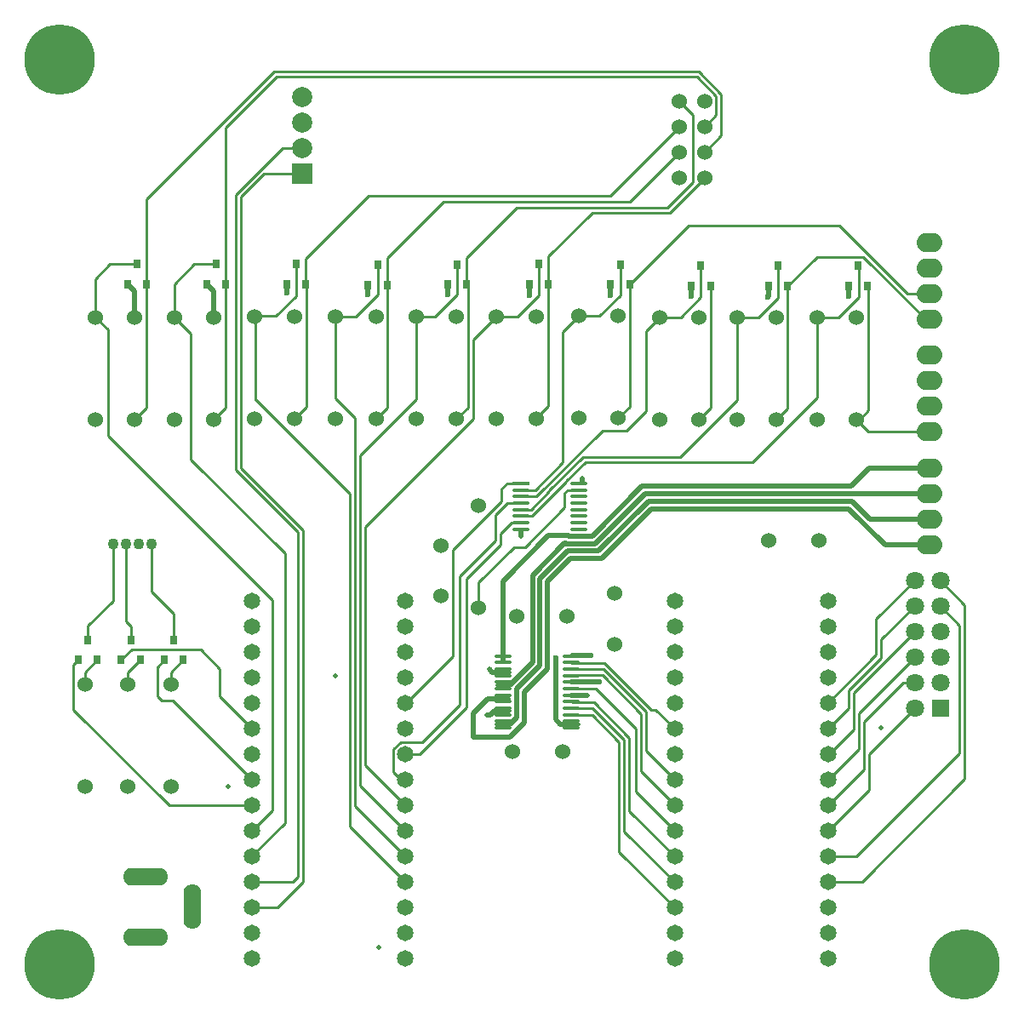
<source format=gtl>
G04 Layer_Physical_Order=1*
G04 Layer_Color=25308*
%FSLAX43Y43*%
%MOMM*%
G71*
G01*
G75*
%ADD10R,0.800X0.900*%
%ADD11O,1.800X0.279*%
%ADD12R,1.700X0.350*%
%ADD13O,1.700X0.350*%
%ADD14C,0.254*%
%ADD15C,0.500*%
%ADD16C,1.524*%
%ADD17C,1.100*%
%ADD18C,1.651*%
%ADD19O,1.750X4.500*%
%ADD20O,4.500X1.750*%
%ADD21O,2.540X1.905*%
%ADD22C,1.800*%
%ADD23R,1.800X1.800*%
%ADD24C,2.000*%
%ADD25R,2.000X2.000*%
%ADD26C,0.500*%
%ADD27C,7.000*%
%ADD28C,0.600*%
D10*
X26762Y92654D02*
D03*
X28662D02*
D03*
X27712Y94654D02*
D03*
X34612Y92654D02*
D03*
X36512D02*
D03*
X35562Y94654D02*
D03*
X67692Y94654D02*
D03*
X68642Y92654D02*
D03*
X66742D02*
D03*
X59539Y94629D02*
D03*
X60489Y92629D02*
D03*
X58589D02*
D03*
X50691Y92578D02*
D03*
X52591D02*
D03*
X51641Y94578D02*
D03*
X43515Y94654D02*
D03*
X42565Y92654D02*
D03*
X44465D02*
D03*
X83792Y94511D02*
D03*
X84742Y92511D02*
D03*
X82842D02*
D03*
X75757Y94636D02*
D03*
X76707Y92636D02*
D03*
X74807D02*
D03*
X90503Y92486D02*
D03*
X92403D02*
D03*
X91453Y94486D02*
D03*
X98464Y92511D02*
D03*
X100364D02*
D03*
X99414Y94511D02*
D03*
X30407Y55275D02*
D03*
X32307D02*
D03*
X31358Y57275D02*
D03*
X26132Y55275D02*
D03*
X28032D02*
D03*
X27083Y57275D02*
D03*
X21858Y55275D02*
D03*
X23757D02*
D03*
X22808Y57275D02*
D03*
D11*
X64075Y55675D02*
D03*
Y55025D02*
D03*
Y54375D02*
D03*
Y53725D02*
D03*
Y53075D02*
D03*
Y52425D02*
D03*
Y51775D02*
D03*
Y51125D02*
D03*
Y50475D02*
D03*
Y49825D02*
D03*
Y49175D02*
D03*
Y48525D02*
D03*
X70875Y55675D02*
D03*
Y55025D02*
D03*
Y54375D02*
D03*
Y53725D02*
D03*
Y53075D02*
D03*
Y52425D02*
D03*
Y51775D02*
D03*
Y51125D02*
D03*
Y50475D02*
D03*
Y49825D02*
D03*
Y49175D02*
D03*
Y48525D02*
D03*
D12*
X65925Y72850D02*
D03*
D13*
Y72200D02*
D03*
Y71550D02*
D03*
Y70900D02*
D03*
Y70250D02*
D03*
Y69600D02*
D03*
Y68950D02*
D03*
Y68300D02*
D03*
X71625Y72850D02*
D03*
X71625Y72200D02*
D03*
X71625Y71550D02*
D03*
Y70900D02*
D03*
Y70250D02*
D03*
Y69600D02*
D03*
Y68950D02*
D03*
Y68300D02*
D03*
D14*
X40343Y103650D02*
X44150D01*
X38058Y101365D02*
X40343Y103650D01*
X38058Y74385D02*
Y101365D01*
X42165Y106190D02*
X44150D01*
X37550Y101575D02*
X42165Y106190D01*
X37550Y74175D02*
Y101575D01*
X66288Y66475D02*
X70250Y70437D01*
Y71875D02*
X70575Y72200D01*
X70250Y70437D02*
Y71875D01*
X70575Y72200D02*
X71625D01*
X66950Y69600D02*
X68934Y71584D01*
X66882Y70250D02*
X68724Y72092D01*
X67427Y71550D02*
X74002Y78125D01*
X65925Y71550D02*
X67427D01*
X67300Y72200D02*
X70050Y74950D01*
X65925Y72200D02*
X67300D01*
X68934Y71584D02*
X68946D01*
X65175Y66475D02*
X66288D01*
X61675Y62975D02*
X65175Y66475D01*
X41527Y89504D02*
X43515Y91492D01*
X39458Y89504D02*
X41527D01*
X43515Y91492D02*
Y94654D01*
X49384Y40740D02*
X54395Y35729D01*
X50400Y44804D02*
X54395Y40809D01*
X49892Y42772D02*
X54395Y38269D01*
X49892Y42772D02*
Y75667D01*
X49384Y40740D02*
Y79341D01*
X48850Y38734D02*
X54395Y33189D01*
X103873Y53015D02*
X105050D01*
X100000Y44414D02*
Y49142D01*
X103873Y53015D01*
X100525Y45950D02*
X105050Y50475D01*
X100525Y42399D02*
Y45950D01*
X96420Y38294D02*
X100525Y42399D01*
X96420Y40834D02*
X100000Y44414D01*
X99475Y46429D02*
Y49980D01*
X96420Y43374D02*
X99475Y46429D01*
X98967Y48367D02*
Y50190D01*
X96514Y45914D02*
X98967Y48367D01*
X99475Y49980D02*
X105050Y55555D01*
X98967Y50190D02*
X98975Y50198D01*
Y52020D01*
X98467Y52230D02*
X101733Y55496D01*
X98467Y50501D02*
Y52230D01*
X96420Y48454D02*
X98467Y50501D01*
X98975Y52020D02*
X105050Y58095D01*
X101733Y55496D02*
Y57318D01*
X101225Y55799D02*
Y59350D01*
X96420Y50994D02*
X101225Y55799D01*
X101733Y57318D02*
X105050Y60635D01*
X101225Y59350D02*
X105050Y63175D01*
X107590Y60635D02*
X109517Y58708D01*
Y45992D02*
Y58708D01*
X99279Y35754D02*
X109517Y45992D01*
X107590Y63175D02*
X110025Y60740D01*
Y43425D02*
Y60740D01*
X99814Y33214D02*
X110025Y43425D01*
X96420Y33214D02*
X99814D01*
X96420Y35754D02*
X99279D01*
X96420Y45914D02*
X96514D01*
X31400Y89385D02*
X33050Y87735D01*
Y75225D02*
Y87735D01*
Y75225D02*
X42400Y65875D01*
Y39075D02*
Y65875D01*
X39155Y35830D02*
X42400Y39075D01*
X24800Y77575D02*
X41175Y61200D01*
Y40289D02*
Y61200D01*
X39155Y38269D02*
X41175Y40289D01*
X24800Y77575D02*
Y88135D01*
X39155Y35729D02*
Y35830D01*
X23550Y89385D02*
X24800Y88135D01*
X35925Y51659D02*
X39155Y48429D01*
X29105Y62095D02*
Y66825D01*
X25295Y61145D02*
Y66825D01*
X85826Y107446D02*
Y111559D01*
X41357Y113775D02*
X83610D01*
X83399Y113267D02*
X85318Y111348D01*
X41567Y113267D02*
X83399D01*
X83610Y113775D02*
X85826Y111559D01*
X85318Y109478D02*
Y111348D01*
X84175Y105795D02*
X85826Y107446D01*
X84175Y108335D02*
X85318Y109478D01*
X36512Y108212D02*
X41567Y113267D01*
X28662Y101080D02*
X41357Y113775D01*
X28662Y92654D02*
Y101080D01*
X36512Y92654D02*
Y108212D01*
X27475Y79225D02*
X28662Y80412D01*
Y92654D01*
X35325Y79225D02*
X36512Y80412D01*
Y92654D01*
X33404Y94654D02*
X35562D01*
X31400Y92650D02*
X33404Y94654D01*
X31400Y89385D02*
Y92650D01*
X25004Y94654D02*
X27712D01*
X23550Y93200D02*
X25004Y94654D01*
X23550Y89385D02*
Y93200D01*
X38058Y74385D02*
X44225Y68218D01*
X37550Y74175D02*
X43717Y68008D01*
X44225Y33175D02*
Y68218D01*
X43717Y33742D02*
Y68008D01*
X43164Y33189D02*
X43717Y33742D01*
X41699Y30649D02*
X44225Y33175D01*
X39155Y33189D02*
X43164D01*
X39155Y30649D02*
X41699D01*
X74775Y101475D02*
X81635Y108335D01*
X50775Y101475D02*
X74775D01*
X44510Y95210D02*
X50775Y101475D01*
X52591Y95284D02*
X58207Y100900D01*
X44465Y95210D02*
X44510D01*
X76740Y100900D02*
X81635Y105795D01*
X58207Y100900D02*
X76740D01*
X81635Y110875D02*
X83000Y109510D01*
Y102850D02*
Y109510D01*
X80425Y100275D02*
X83000Y102850D01*
X65502Y100275D02*
X80425D01*
X60489Y95261D02*
X65502Y100275D01*
X80687Y99767D02*
X84175Y103255D01*
X72977Y99767D02*
X80687D01*
X68642Y95433D02*
X72977Y99767D01*
X79292Y50342D02*
X81180Y48454D01*
X78850Y50342D02*
X79292D01*
X39458Y81167D02*
X39533D01*
X39458D02*
Y89504D01*
X39383Y89428D02*
X39458Y89504D01*
X55466Y81241D02*
Y89428D01*
X61150Y87135D02*
X63443Y89428D01*
X61150Y79250D02*
Y87135D01*
X60618Y80411D02*
Y92500D01*
X59475Y79268D02*
X60618Y80411D01*
X47451Y89428D02*
X49427D01*
X43392Y79303D02*
X44535Y80446D01*
X43392Y79268D02*
Y79303D01*
X51459Y79268D02*
X52602Y80411D01*
X67452Y79329D02*
X68642Y80519D01*
X67452Y79268D02*
Y79329D01*
X100459Y92286D02*
X100465D01*
X92403Y92486D02*
X92409D01*
X91266Y79176D02*
X92409Y80319D01*
X84742Y92511D02*
X84748D01*
X83605Y79201D02*
X84748Y80344D01*
X75570Y79326D02*
X76713Y80469D01*
X76707Y92636D02*
X76713D01*
X44535Y80446D02*
Y92583D01*
X52602Y80411D02*
Y92567D01*
X68642Y80519D02*
Y92654D01*
X49427Y89428D02*
X51641Y91643D01*
Y94578D01*
X50400Y68500D02*
X61150Y79250D01*
X50400Y44804D02*
Y68500D01*
X48850Y38734D02*
Y71850D01*
X39533Y81167D02*
X48850Y71850D01*
X49892Y75667D02*
X55466Y81241D01*
X65542Y89428D02*
X67692Y91579D01*
X63443Y89428D02*
X65542D01*
X67692Y91579D02*
Y94654D01*
X57317Y89428D02*
X59539Y91651D01*
X55466Y89428D02*
X57317D01*
X59539Y91651D02*
Y94629D01*
X54395Y50969D02*
X54444D01*
X64500Y72850D02*
X65925D01*
X54395Y45889D02*
X55814D01*
X64975Y68950D02*
X65925D01*
X53951Y43349D02*
X54395D01*
X54444Y50969D02*
X59100Y55625D01*
X55814Y45889D02*
X60500Y50575D01*
Y63375D01*
X59800Y50825D02*
Y63625D01*
X60500Y63375D02*
X63850Y66725D01*
Y67825D01*
X64975Y68950D01*
X59800Y63625D02*
X63325Y67150D01*
X59100Y55625D02*
Y66218D01*
X63325Y67150D02*
Y69725D01*
X64500Y70900D01*
X65925D01*
X53189Y44111D02*
X53951Y43349D01*
X53189Y44111D02*
Y46389D01*
X53925Y47125D01*
X56100D01*
X59800Y50825D01*
X59100Y66218D02*
X63950Y71068D01*
Y72300D01*
X64500Y72850D01*
X70050Y87874D02*
X71663Y89486D01*
X76400Y78125D02*
X78350Y80075D01*
Y88013D01*
X79698Y89361D01*
X87359Y81159D02*
Y89336D01*
X95320Y81370D02*
Y89350D01*
X74002Y78125D02*
X76400D01*
X65925Y70250D02*
X66882D01*
X65925Y69600D02*
X66950D01*
X70394Y73032D02*
Y73080D01*
X70050Y74950D02*
Y87874D01*
X79698Y89361D02*
X81811D01*
X83792Y91342D01*
Y94511D01*
X71663Y89486D02*
X73711D01*
X75757Y91532D01*
Y94636D01*
X87359Y89336D02*
X89511D01*
X91453Y91278D01*
Y94486D01*
X95320Y89350D02*
X97500D01*
X99509Y91359D01*
Y94286D01*
X76713Y80469D02*
Y92636D01*
X100465Y80119D02*
Y92286D01*
X68724Y72092D02*
Y72128D01*
X68946Y71584D02*
X70394Y73032D01*
X68724Y72128D02*
X72078Y75483D01*
X70394Y73080D02*
X72289Y74975D01*
X72078Y75483D02*
X81683D01*
X87359Y81159D01*
X72289Y74975D02*
X88925D01*
X95320Y81370D01*
X44465Y92654D02*
Y95210D01*
X52591Y92578D02*
Y95284D01*
X60489Y92629D02*
Y95261D01*
X68642Y92654D02*
Y95433D01*
X70875Y55025D02*
X70906Y54994D01*
X70875Y52425D02*
X70884Y52434D01*
X73353D01*
X77325Y42149D02*
X81180Y38294D01*
X78342Y46212D02*
X81180Y43374D01*
X77834Y44180D02*
X81180Y40834D01*
X70875Y53725D02*
X70906Y53756D01*
X70906Y54994D02*
X74198D01*
X78342Y46212D02*
Y50132D01*
X70875Y54375D02*
X74099D01*
X77834Y44180D02*
Y49921D01*
X70906Y53756D02*
X73999D01*
X74198Y54994D02*
X78850Y50342D01*
X74099Y54375D02*
X78342Y50132D01*
X73999Y53756D02*
X77834Y49921D01*
X70875Y49825D02*
X72963D01*
X76675Y40259D02*
X81180Y35754D01*
X76675Y40259D02*
Y47550D01*
X73153Y51072D02*
X76675Y47550D01*
X73032Y50475D02*
X76167Y47340D01*
X72963Y49825D02*
X75659Y47129D01*
X76167Y38227D02*
Y47340D01*
Y38227D02*
X81180Y33214D01*
X75659Y36195D02*
Y47129D01*
Y36195D02*
X81180Y30674D01*
X73353Y52434D02*
X77325Y48462D01*
Y42149D02*
Y48462D01*
X70875Y50475D02*
X73032D01*
X70929Y51072D02*
X73153D01*
X47451Y81274D02*
Y89428D01*
Y81274D02*
X49384Y79341D01*
X76707Y92636D02*
X82595Y98525D01*
X100463Y77965D02*
X106550D01*
X99227Y79201D02*
X99387Y79041D01*
X100463Y77965D01*
X99387Y79041D02*
X100465Y80119D01*
X84748Y80344D02*
Y92511D01*
X92403Y92486D02*
X95317Y95400D01*
X92409Y80319D02*
Y92486D01*
X82595Y98525D02*
X97550D01*
X104370Y91705D01*
X106450D01*
X95317Y95400D02*
X99957D01*
X106192Y89165D01*
X106550D01*
X22808Y57275D02*
Y58658D01*
X25295Y61145D01*
X27083Y57275D02*
Y58643D01*
X26565Y59160D02*
X27083Y58643D01*
X26565Y59160D02*
Y66825D01*
X31358Y57275D02*
Y59842D01*
X29105Y62095D02*
X31358Y59842D01*
X31254Y51250D02*
X39155Y43349D01*
X30125Y51250D02*
X31254D01*
X29700Y51675D02*
X30125Y51250D01*
X29700Y51675D02*
Y54568D01*
X30407Y55275D01*
X35925Y51659D02*
Y54400D01*
X34025Y56300D02*
X35925Y54400D01*
X27157Y56300D02*
X34025D01*
X26132Y55275D02*
X27157Y56300D01*
X30916Y40809D02*
X39155D01*
X21382Y50343D02*
X30916Y40809D01*
X21382Y50343D02*
Y54799D01*
X21858Y55275D01*
X22525Y52879D02*
Y54042D01*
X23757Y55275D01*
X26800Y52879D02*
Y54042D01*
X28032Y55275D01*
X31075Y52879D02*
Y54042D01*
X32307Y55275D01*
X61675Y60440D02*
Y62975D01*
D15*
X65925Y67625D02*
Y68100D01*
X68587Y67637D02*
X70653D01*
X64075Y63125D02*
X68587Y67637D01*
X63225Y50200D02*
X64675D01*
X62875Y49850D02*
X63225Y50200D01*
X62500Y49850D02*
X62875D01*
X69825Y48875D02*
X71525D01*
X69350Y49350D02*
X69825Y48875D01*
X63515Y48840D02*
X64760D01*
X62575Y51450D02*
X64625D01*
X61125Y50000D02*
X62575Y51450D01*
X63610Y52740D02*
X64760D01*
X63050Y54050D02*
X64675D01*
X62750Y54350D02*
X63050Y54050D01*
X65479Y49558D02*
Y52392D01*
X66233Y49012D02*
Y52080D01*
X64760Y48840D02*
X65479Y49558D01*
X64796Y47575D02*
X66233Y49012D01*
X72000Y73025D02*
Y73325D01*
X42565Y91810D02*
Y92654D01*
X50691Y91666D02*
Y92578D01*
X58589Y91664D02*
Y92629D01*
X66742Y91592D02*
Y92654D01*
X90503Y91442D02*
Y92486D01*
X82842Y91481D02*
Y92511D01*
X74807Y91557D02*
Y92636D01*
X98464Y91453D02*
Y92511D01*
X34612Y92654D02*
X35325Y91941D01*
Y89385D02*
Y91941D01*
X26762Y92654D02*
X27475Y91941D01*
Y89385D02*
Y91941D01*
X64075Y55300D02*
Y55675D01*
X70975Y55775D02*
X72850D01*
X69350Y49350D02*
Y55475D01*
X70653Y67637D02*
X70669Y67621D01*
X70225Y66883D02*
X70340D01*
X70356Y66867D01*
X70834Y65359D02*
X73908D01*
X70522Y66113D02*
X73596D01*
X70356Y66867D02*
X73283D01*
X70669Y67621D02*
X72971D01*
X61125Y47575D02*
X64796D01*
X61125D02*
Y50000D01*
X70875Y53075D02*
X70875Y53075D01*
X73675D01*
X70875Y51775D02*
X70881Y51769D01*
X71902D01*
X71918Y51753D01*
X72479D01*
X72971Y67621D02*
X77925Y72575D01*
X73283Y66867D02*
X78237Y71821D01*
X73596Y66113D02*
X78550Y71067D01*
X73908Y65359D02*
X78862Y70313D01*
X78237Y71821D02*
X100229D01*
X100230Y71820D01*
X106500D01*
X78550Y71067D02*
X98833D01*
X100620Y69280D01*
X106500D01*
X78862Y70313D02*
X98521D01*
X102094Y66740D01*
X106500D01*
X77925Y72575D02*
X98700D01*
X100485Y74360D01*
X106500D01*
X64075Y55675D02*
Y63125D01*
X68546Y54393D02*
Y63071D01*
X70834Y65359D01*
X67038Y63696D02*
X70225Y66883D01*
X67792Y63383D02*
X70522Y66113D01*
X64760Y52740D02*
X67038Y55017D01*
Y63696D01*
X66233Y52080D02*
X68546Y54393D01*
X65479Y52392D02*
X67792Y54705D01*
Y63383D01*
D16*
X75225Y61875D02*
D03*
Y56875D02*
D03*
X65050Y46200D02*
D03*
X70050D02*
D03*
X61675Y70600D02*
D03*
Y60440D02*
D03*
X57913Y66628D02*
D03*
Y61628D02*
D03*
X31075Y52879D02*
D03*
Y42719D02*
D03*
X26800Y52879D02*
D03*
Y42719D02*
D03*
X22525Y52879D02*
D03*
Y42719D02*
D03*
X31400Y89385D02*
D03*
Y79225D02*
D03*
X35325D02*
D03*
Y89385D02*
D03*
X23550D02*
D03*
Y79225D02*
D03*
X27475D02*
D03*
Y89385D02*
D03*
X59475Y89428D02*
D03*
Y79268D02*
D03*
X63443D02*
D03*
Y89428D02*
D03*
X67452D02*
D03*
Y79268D02*
D03*
X55466Y89428D02*
D03*
Y79268D02*
D03*
X51459D02*
D03*
Y89428D02*
D03*
X47451D02*
D03*
Y79268D02*
D03*
X43392D02*
D03*
Y89428D02*
D03*
X39383D02*
D03*
Y79268D02*
D03*
X84175Y110875D02*
D03*
X81635D02*
D03*
X84175Y108335D02*
D03*
X81635D02*
D03*
X84175Y105795D02*
D03*
X81635D02*
D03*
X84175Y103255D02*
D03*
X81635D02*
D03*
X95500Y67175D02*
D03*
X90500D02*
D03*
X75570Y89486D02*
D03*
Y79326D02*
D03*
X91266Y79176D02*
D03*
Y89336D02*
D03*
X99227Y79201D02*
D03*
Y89361D02*
D03*
X83605D02*
D03*
Y79201D02*
D03*
X79698D02*
D03*
Y89361D02*
D03*
X87359Y89336D02*
D03*
Y79176D02*
D03*
X95320Y89361D02*
D03*
Y79201D02*
D03*
X71663Y89486D02*
D03*
Y79326D02*
D03*
X70450Y59650D02*
D03*
X65450D02*
D03*
D17*
X25295Y66825D02*
D03*
X26565D02*
D03*
X27835D02*
D03*
X29105D02*
D03*
D18*
X96420Y33214D02*
D03*
Y43374D02*
D03*
Y40834D02*
D03*
Y38294D02*
D03*
Y35754D02*
D03*
Y30674D02*
D03*
Y28134D02*
D03*
Y25594D02*
D03*
Y45914D02*
D03*
Y48454D02*
D03*
Y50994D02*
D03*
Y53534D02*
D03*
Y56074D02*
D03*
Y58614D02*
D03*
Y61154D02*
D03*
X81180Y25594D02*
D03*
Y28134D02*
D03*
Y30674D02*
D03*
Y33214D02*
D03*
Y35754D02*
D03*
Y38294D02*
D03*
Y40834D02*
D03*
Y43374D02*
D03*
Y45914D02*
D03*
Y48454D02*
D03*
Y50994D02*
D03*
Y53534D02*
D03*
Y56074D02*
D03*
Y58614D02*
D03*
Y61154D02*
D03*
X39155Y61129D02*
D03*
Y58589D02*
D03*
Y56049D02*
D03*
Y53509D02*
D03*
Y50969D02*
D03*
Y48429D02*
D03*
Y45889D02*
D03*
Y43349D02*
D03*
Y40809D02*
D03*
Y38269D02*
D03*
Y35729D02*
D03*
Y33189D02*
D03*
Y30649D02*
D03*
Y28109D02*
D03*
Y25569D02*
D03*
X54395Y61129D02*
D03*
Y58589D02*
D03*
Y56049D02*
D03*
Y53509D02*
D03*
Y50969D02*
D03*
Y48429D02*
D03*
Y45889D02*
D03*
Y25569D02*
D03*
Y28109D02*
D03*
Y30649D02*
D03*
Y33189D02*
D03*
Y35729D02*
D03*
Y38269D02*
D03*
Y40809D02*
D03*
Y43349D02*
D03*
D19*
X33225Y30750D02*
D03*
D20*
X28525Y33750D02*
D03*
Y27750D02*
D03*
D21*
X106550Y96785D02*
D03*
Y94245D02*
D03*
Y91705D02*
D03*
Y89165D02*
D03*
Y85585D02*
D03*
Y83045D02*
D03*
Y80505D02*
D03*
Y77965D02*
D03*
Y74360D02*
D03*
Y71820D02*
D03*
Y69280D02*
D03*
Y66740D02*
D03*
D22*
X107590Y63175D02*
D03*
Y60635D02*
D03*
Y58095D02*
D03*
Y55555D02*
D03*
Y53015D02*
D03*
X105050Y50475D02*
D03*
Y53015D02*
D03*
Y55555D02*
D03*
Y58095D02*
D03*
Y60635D02*
D03*
Y63175D02*
D03*
D23*
X107590Y50475D02*
D03*
D24*
X44150Y111270D02*
D03*
Y108730D02*
D03*
Y106190D02*
D03*
D25*
Y103650D02*
D03*
D26*
X65925Y67625D02*
D03*
X62750Y54350D02*
D03*
X72000Y73325D02*
D03*
X72479Y51753D02*
D03*
X62500Y49850D02*
D03*
X47451Y53726D02*
D03*
X51725Y26700D02*
D03*
X36756Y42719D02*
D03*
X101725Y48550D02*
D03*
D27*
X110000Y115000D02*
D03*
X20000D02*
D03*
Y25000D02*
D03*
X110000D02*
D03*
D28*
X42565Y91810D02*
D03*
X66725Y91575D02*
D03*
X58589Y91664D02*
D03*
X50625Y91600D02*
D03*
X82833Y91471D02*
D03*
X90483Y91421D02*
D03*
X98458Y91446D02*
D03*
X74807Y91557D02*
D03*
X72850Y55775D02*
D03*
X73675Y53075D02*
D03*
X69350Y55475D02*
D03*
M02*

</source>
